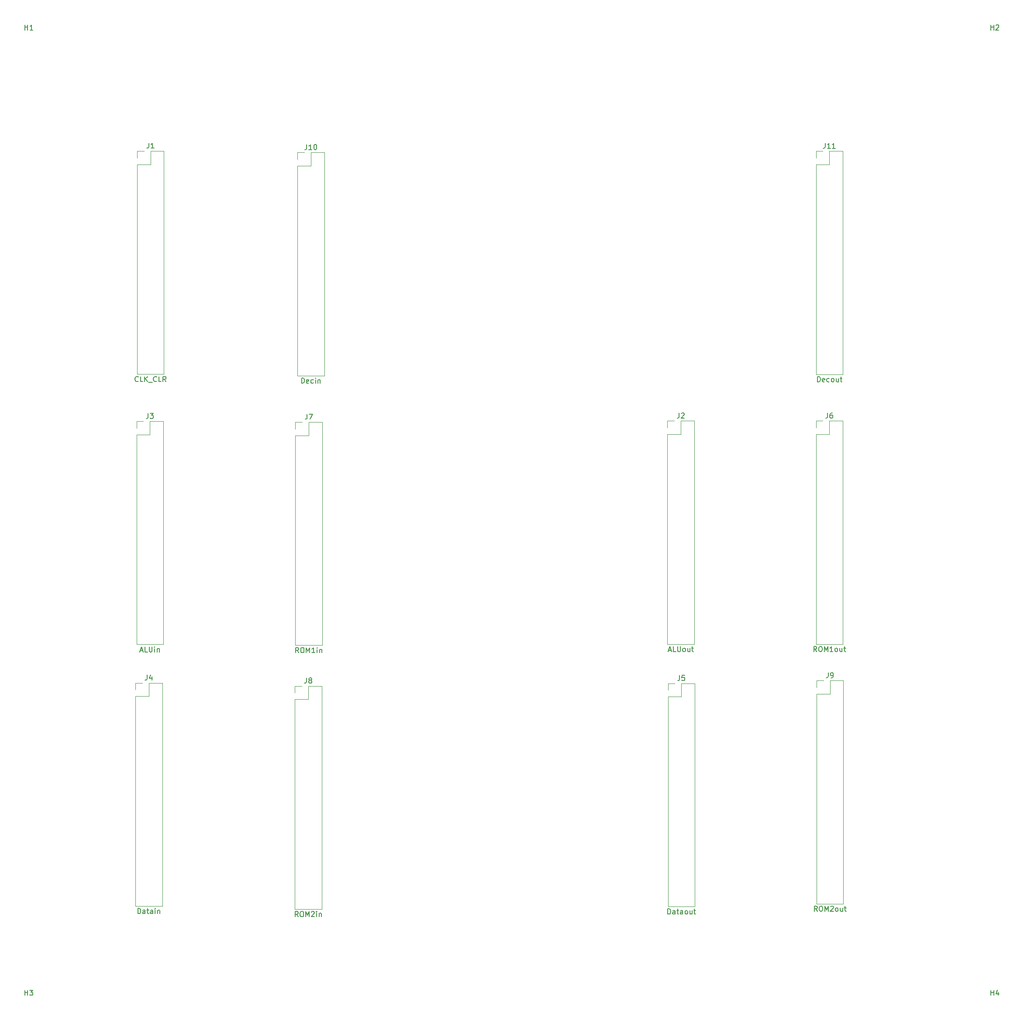
<source format=gbr>
%TF.GenerationSoftware,KiCad,Pcbnew,7.0.7*%
%TF.CreationDate,2023-10-25T17:18:37+09:00*%
%TF.ProjectId,changer,6368616e-6765-4722-9e6b-696361645f70,rev?*%
%TF.SameCoordinates,Original*%
%TF.FileFunction,Legend,Top*%
%TF.FilePolarity,Positive*%
%FSLAX46Y46*%
G04 Gerber Fmt 4.6, Leading zero omitted, Abs format (unit mm)*
G04 Created by KiCad (PCBNEW 7.0.7) date 2023-10-25 17:18:37*
%MOMM*%
%LPD*%
G01*
G04 APERTURE LIST*
%ADD10C,0.150000*%
%ADD11C,0.120000*%
G04 APERTURE END LIST*
D10*
X292887495Y-289878819D02*
X292887495Y-288878819D01*
X292887495Y-289355009D02*
X293458923Y-289355009D01*
X293458923Y-289878819D02*
X293458923Y-288878819D01*
X294363685Y-289212152D02*
X294363685Y-289878819D01*
X294125590Y-288831200D02*
X293887495Y-289545485D01*
X293887495Y-289545485D02*
X294506542Y-289545485D01*
X129638466Y-124531219D02*
X129638466Y-125245504D01*
X129638466Y-125245504D02*
X129590847Y-125388361D01*
X129590847Y-125388361D02*
X129495609Y-125483600D01*
X129495609Y-125483600D02*
X129352752Y-125531219D01*
X129352752Y-125531219D02*
X129257514Y-125531219D01*
X130638466Y-125531219D02*
X130067038Y-125531219D01*
X130352752Y-125531219D02*
X130352752Y-124531219D01*
X130352752Y-124531219D02*
X130257514Y-124674076D01*
X130257514Y-124674076D02*
X130162276Y-124769314D01*
X130162276Y-124769314D02*
X130067038Y-124816933D01*
X127590847Y-170735980D02*
X127543228Y-170783600D01*
X127543228Y-170783600D02*
X127400371Y-170831219D01*
X127400371Y-170831219D02*
X127305133Y-170831219D01*
X127305133Y-170831219D02*
X127162276Y-170783600D01*
X127162276Y-170783600D02*
X127067038Y-170688361D01*
X127067038Y-170688361D02*
X127019419Y-170593123D01*
X127019419Y-170593123D02*
X126971800Y-170402647D01*
X126971800Y-170402647D02*
X126971800Y-170259790D01*
X126971800Y-170259790D02*
X127019419Y-170069314D01*
X127019419Y-170069314D02*
X127067038Y-169974076D01*
X127067038Y-169974076D02*
X127162276Y-169878838D01*
X127162276Y-169878838D02*
X127305133Y-169831219D01*
X127305133Y-169831219D02*
X127400371Y-169831219D01*
X127400371Y-169831219D02*
X127543228Y-169878838D01*
X127543228Y-169878838D02*
X127590847Y-169926457D01*
X128495609Y-170831219D02*
X128019419Y-170831219D01*
X128019419Y-170831219D02*
X128019419Y-169831219D01*
X128828943Y-170831219D02*
X128828943Y-169831219D01*
X129400371Y-170831219D02*
X128971800Y-170259790D01*
X129400371Y-169831219D02*
X128828943Y-170402647D01*
X129590848Y-170926457D02*
X130352752Y-170926457D01*
X131162276Y-170735980D02*
X131114657Y-170783600D01*
X131114657Y-170783600D02*
X130971800Y-170831219D01*
X130971800Y-170831219D02*
X130876562Y-170831219D01*
X130876562Y-170831219D02*
X130733705Y-170783600D01*
X130733705Y-170783600D02*
X130638467Y-170688361D01*
X130638467Y-170688361D02*
X130590848Y-170593123D01*
X130590848Y-170593123D02*
X130543229Y-170402647D01*
X130543229Y-170402647D02*
X130543229Y-170259790D01*
X130543229Y-170259790D02*
X130590848Y-170069314D01*
X130590848Y-170069314D02*
X130638467Y-169974076D01*
X130638467Y-169974076D02*
X130733705Y-169878838D01*
X130733705Y-169878838D02*
X130876562Y-169831219D01*
X130876562Y-169831219D02*
X130971800Y-169831219D01*
X130971800Y-169831219D02*
X131114657Y-169878838D01*
X131114657Y-169878838D02*
X131162276Y-169926457D01*
X132067038Y-170831219D02*
X131590848Y-170831219D01*
X131590848Y-170831219D02*
X131590848Y-169831219D01*
X132971800Y-170831219D02*
X132638467Y-170355028D01*
X132400372Y-170831219D02*
X132400372Y-169831219D01*
X132400372Y-169831219D02*
X132781324Y-169831219D01*
X132781324Y-169831219D02*
X132876562Y-169878838D01*
X132876562Y-169878838D02*
X132924181Y-169926457D01*
X132924181Y-169926457D02*
X132971800Y-170021695D01*
X132971800Y-170021695D02*
X132971800Y-170164552D01*
X132971800Y-170164552D02*
X132924181Y-170259790D01*
X132924181Y-170259790D02*
X132876562Y-170307409D01*
X132876562Y-170307409D02*
X132781324Y-170355028D01*
X132781324Y-170355028D02*
X132400372Y-170355028D01*
X260788676Y-124556619D02*
X260788676Y-125270904D01*
X260788676Y-125270904D02*
X260741057Y-125413761D01*
X260741057Y-125413761D02*
X260645819Y-125509000D01*
X260645819Y-125509000D02*
X260502962Y-125556619D01*
X260502962Y-125556619D02*
X260407724Y-125556619D01*
X261788676Y-125556619D02*
X261217248Y-125556619D01*
X261502962Y-125556619D02*
X261502962Y-124556619D01*
X261502962Y-124556619D02*
X261407724Y-124699476D01*
X261407724Y-124699476D02*
X261312486Y-124794714D01*
X261312486Y-124794714D02*
X261217248Y-124842333D01*
X262741057Y-125556619D02*
X262169629Y-125556619D01*
X262455343Y-125556619D02*
X262455343Y-124556619D01*
X262455343Y-124556619D02*
X262360105Y-124699476D01*
X262360105Y-124699476D02*
X262264867Y-124794714D01*
X262264867Y-124794714D02*
X262169629Y-124842333D01*
X259288676Y-170856619D02*
X259288676Y-169856619D01*
X259288676Y-169856619D02*
X259526771Y-169856619D01*
X259526771Y-169856619D02*
X259669628Y-169904238D01*
X259669628Y-169904238D02*
X259764866Y-169999476D01*
X259764866Y-169999476D02*
X259812485Y-170094714D01*
X259812485Y-170094714D02*
X259860104Y-170285190D01*
X259860104Y-170285190D02*
X259860104Y-170428047D01*
X259860104Y-170428047D02*
X259812485Y-170618523D01*
X259812485Y-170618523D02*
X259764866Y-170713761D01*
X259764866Y-170713761D02*
X259669628Y-170809000D01*
X259669628Y-170809000D02*
X259526771Y-170856619D01*
X259526771Y-170856619D02*
X259288676Y-170856619D01*
X260669628Y-170809000D02*
X260574390Y-170856619D01*
X260574390Y-170856619D02*
X260383914Y-170856619D01*
X260383914Y-170856619D02*
X260288676Y-170809000D01*
X260288676Y-170809000D02*
X260241057Y-170713761D01*
X260241057Y-170713761D02*
X260241057Y-170332809D01*
X260241057Y-170332809D02*
X260288676Y-170237571D01*
X260288676Y-170237571D02*
X260383914Y-170189952D01*
X260383914Y-170189952D02*
X260574390Y-170189952D01*
X260574390Y-170189952D02*
X260669628Y-170237571D01*
X260669628Y-170237571D02*
X260717247Y-170332809D01*
X260717247Y-170332809D02*
X260717247Y-170428047D01*
X260717247Y-170428047D02*
X260241057Y-170523285D01*
X261574390Y-170809000D02*
X261479152Y-170856619D01*
X261479152Y-170856619D02*
X261288676Y-170856619D01*
X261288676Y-170856619D02*
X261193438Y-170809000D01*
X261193438Y-170809000D02*
X261145819Y-170761380D01*
X261145819Y-170761380D02*
X261098200Y-170666142D01*
X261098200Y-170666142D02*
X261098200Y-170380428D01*
X261098200Y-170380428D02*
X261145819Y-170285190D01*
X261145819Y-170285190D02*
X261193438Y-170237571D01*
X261193438Y-170237571D02*
X261288676Y-170189952D01*
X261288676Y-170189952D02*
X261479152Y-170189952D01*
X261479152Y-170189952D02*
X261574390Y-170237571D01*
X262145819Y-170856619D02*
X262050581Y-170809000D01*
X262050581Y-170809000D02*
X262002962Y-170761380D01*
X262002962Y-170761380D02*
X261955343Y-170666142D01*
X261955343Y-170666142D02*
X261955343Y-170380428D01*
X261955343Y-170380428D02*
X262002962Y-170285190D01*
X262002962Y-170285190D02*
X262050581Y-170237571D01*
X262050581Y-170237571D02*
X262145819Y-170189952D01*
X262145819Y-170189952D02*
X262288676Y-170189952D01*
X262288676Y-170189952D02*
X262383914Y-170237571D01*
X262383914Y-170237571D02*
X262431533Y-170285190D01*
X262431533Y-170285190D02*
X262479152Y-170380428D01*
X262479152Y-170380428D02*
X262479152Y-170666142D01*
X262479152Y-170666142D02*
X262431533Y-170761380D01*
X262431533Y-170761380D02*
X262383914Y-170809000D01*
X262383914Y-170809000D02*
X262288676Y-170856619D01*
X262288676Y-170856619D02*
X262145819Y-170856619D01*
X263336295Y-170189952D02*
X263336295Y-170856619D01*
X262907724Y-170189952D02*
X262907724Y-170713761D01*
X262907724Y-170713761D02*
X262955343Y-170809000D01*
X262955343Y-170809000D02*
X263050581Y-170856619D01*
X263050581Y-170856619D02*
X263193438Y-170856619D01*
X263193438Y-170856619D02*
X263288676Y-170809000D01*
X263288676Y-170809000D02*
X263336295Y-170761380D01*
X263669629Y-170189952D02*
X264050581Y-170189952D01*
X263812486Y-169856619D02*
X263812486Y-170713761D01*
X263812486Y-170713761D02*
X263860105Y-170809000D01*
X263860105Y-170809000D02*
X263955343Y-170856619D01*
X263955343Y-170856619D02*
X264050581Y-170856619D01*
X129511466Y-176956819D02*
X129511466Y-177671104D01*
X129511466Y-177671104D02*
X129463847Y-177813961D01*
X129463847Y-177813961D02*
X129368609Y-177909200D01*
X129368609Y-177909200D02*
X129225752Y-177956819D01*
X129225752Y-177956819D02*
X129130514Y-177956819D01*
X129892419Y-176956819D02*
X130511466Y-176956819D01*
X130511466Y-176956819D02*
X130178133Y-177337771D01*
X130178133Y-177337771D02*
X130320990Y-177337771D01*
X130320990Y-177337771D02*
X130416228Y-177385390D01*
X130416228Y-177385390D02*
X130463847Y-177433009D01*
X130463847Y-177433009D02*
X130511466Y-177528247D01*
X130511466Y-177528247D02*
X130511466Y-177766342D01*
X130511466Y-177766342D02*
X130463847Y-177861580D01*
X130463847Y-177861580D02*
X130416228Y-177909200D01*
X130416228Y-177909200D02*
X130320990Y-177956819D01*
X130320990Y-177956819D02*
X130035276Y-177956819D01*
X130035276Y-177956819D02*
X129940038Y-177909200D01*
X129940038Y-177909200D02*
X129892419Y-177861580D01*
X127987657Y-222971104D02*
X128463847Y-222971104D01*
X127892419Y-223256819D02*
X128225752Y-222256819D01*
X128225752Y-222256819D02*
X128559085Y-223256819D01*
X129368609Y-223256819D02*
X128892419Y-223256819D01*
X128892419Y-223256819D02*
X128892419Y-222256819D01*
X129701943Y-222256819D02*
X129701943Y-223066342D01*
X129701943Y-223066342D02*
X129749562Y-223161580D01*
X129749562Y-223161580D02*
X129797181Y-223209200D01*
X129797181Y-223209200D02*
X129892419Y-223256819D01*
X129892419Y-223256819D02*
X130082895Y-223256819D01*
X130082895Y-223256819D02*
X130178133Y-223209200D01*
X130178133Y-223209200D02*
X130225752Y-223161580D01*
X130225752Y-223161580D02*
X130273371Y-223066342D01*
X130273371Y-223066342D02*
X130273371Y-222256819D01*
X130749562Y-223256819D02*
X130749562Y-222590152D01*
X130749562Y-222256819D02*
X130701943Y-222304438D01*
X130701943Y-222304438D02*
X130749562Y-222352057D01*
X130749562Y-222352057D02*
X130797181Y-222304438D01*
X130797181Y-222304438D02*
X130749562Y-222256819D01*
X130749562Y-222256819D02*
X130749562Y-222352057D01*
X131225752Y-222590152D02*
X131225752Y-223256819D01*
X131225752Y-222685390D02*
X131273371Y-222637771D01*
X131273371Y-222637771D02*
X131368609Y-222590152D01*
X131368609Y-222590152D02*
X131511466Y-222590152D01*
X131511466Y-222590152D02*
X131606704Y-222637771D01*
X131606704Y-222637771D02*
X131654323Y-222733009D01*
X131654323Y-222733009D02*
X131654323Y-223256819D01*
X160321666Y-177109219D02*
X160321666Y-177823504D01*
X160321666Y-177823504D02*
X160274047Y-177966361D01*
X160274047Y-177966361D02*
X160178809Y-178061600D01*
X160178809Y-178061600D02*
X160035952Y-178109219D01*
X160035952Y-178109219D02*
X159940714Y-178109219D01*
X160702619Y-177109219D02*
X161369285Y-177109219D01*
X161369285Y-177109219D02*
X160940714Y-178109219D01*
X158702619Y-223409219D02*
X158369286Y-222933028D01*
X158131191Y-223409219D02*
X158131191Y-222409219D01*
X158131191Y-222409219D02*
X158512143Y-222409219D01*
X158512143Y-222409219D02*
X158607381Y-222456838D01*
X158607381Y-222456838D02*
X158655000Y-222504457D01*
X158655000Y-222504457D02*
X158702619Y-222599695D01*
X158702619Y-222599695D02*
X158702619Y-222742552D01*
X158702619Y-222742552D02*
X158655000Y-222837790D01*
X158655000Y-222837790D02*
X158607381Y-222885409D01*
X158607381Y-222885409D02*
X158512143Y-222933028D01*
X158512143Y-222933028D02*
X158131191Y-222933028D01*
X159321667Y-222409219D02*
X159512143Y-222409219D01*
X159512143Y-222409219D02*
X159607381Y-222456838D01*
X159607381Y-222456838D02*
X159702619Y-222552076D01*
X159702619Y-222552076D02*
X159750238Y-222742552D01*
X159750238Y-222742552D02*
X159750238Y-223075885D01*
X159750238Y-223075885D02*
X159702619Y-223266361D01*
X159702619Y-223266361D02*
X159607381Y-223361600D01*
X159607381Y-223361600D02*
X159512143Y-223409219D01*
X159512143Y-223409219D02*
X159321667Y-223409219D01*
X159321667Y-223409219D02*
X159226429Y-223361600D01*
X159226429Y-223361600D02*
X159131191Y-223266361D01*
X159131191Y-223266361D02*
X159083572Y-223075885D01*
X159083572Y-223075885D02*
X159083572Y-222742552D01*
X159083572Y-222742552D02*
X159131191Y-222552076D01*
X159131191Y-222552076D02*
X159226429Y-222456838D01*
X159226429Y-222456838D02*
X159321667Y-222409219D01*
X160178810Y-223409219D02*
X160178810Y-222409219D01*
X160178810Y-222409219D02*
X160512143Y-223123504D01*
X160512143Y-223123504D02*
X160845476Y-222409219D01*
X160845476Y-222409219D02*
X160845476Y-223409219D01*
X161845476Y-223409219D02*
X161274048Y-223409219D01*
X161559762Y-223409219D02*
X161559762Y-222409219D01*
X161559762Y-222409219D02*
X161464524Y-222552076D01*
X161464524Y-222552076D02*
X161369286Y-222647314D01*
X161369286Y-222647314D02*
X161274048Y-222694933D01*
X162274048Y-223409219D02*
X162274048Y-222742552D01*
X162274048Y-222409219D02*
X162226429Y-222456838D01*
X162226429Y-222456838D02*
X162274048Y-222504457D01*
X162274048Y-222504457D02*
X162321667Y-222456838D01*
X162321667Y-222456838D02*
X162274048Y-222409219D01*
X162274048Y-222409219D02*
X162274048Y-222504457D01*
X162750238Y-222742552D02*
X162750238Y-223409219D01*
X162750238Y-222837790D02*
X162797857Y-222790171D01*
X162797857Y-222790171D02*
X162893095Y-222742552D01*
X162893095Y-222742552D02*
X163035952Y-222742552D01*
X163035952Y-222742552D02*
X163131190Y-222790171D01*
X163131190Y-222790171D02*
X163178809Y-222885409D01*
X163178809Y-222885409D02*
X163178809Y-223409219D01*
X160220066Y-228315619D02*
X160220066Y-229029904D01*
X160220066Y-229029904D02*
X160172447Y-229172761D01*
X160172447Y-229172761D02*
X160077209Y-229268000D01*
X160077209Y-229268000D02*
X159934352Y-229315619D01*
X159934352Y-229315619D02*
X159839114Y-229315619D01*
X160839114Y-228744190D02*
X160743876Y-228696571D01*
X160743876Y-228696571D02*
X160696257Y-228648952D01*
X160696257Y-228648952D02*
X160648638Y-228553714D01*
X160648638Y-228553714D02*
X160648638Y-228506095D01*
X160648638Y-228506095D02*
X160696257Y-228410857D01*
X160696257Y-228410857D02*
X160743876Y-228363238D01*
X160743876Y-228363238D02*
X160839114Y-228315619D01*
X160839114Y-228315619D02*
X161029590Y-228315619D01*
X161029590Y-228315619D02*
X161124828Y-228363238D01*
X161124828Y-228363238D02*
X161172447Y-228410857D01*
X161172447Y-228410857D02*
X161220066Y-228506095D01*
X161220066Y-228506095D02*
X161220066Y-228553714D01*
X161220066Y-228553714D02*
X161172447Y-228648952D01*
X161172447Y-228648952D02*
X161124828Y-228696571D01*
X161124828Y-228696571D02*
X161029590Y-228744190D01*
X161029590Y-228744190D02*
X160839114Y-228744190D01*
X160839114Y-228744190D02*
X160743876Y-228791809D01*
X160743876Y-228791809D02*
X160696257Y-228839428D01*
X160696257Y-228839428D02*
X160648638Y-228934666D01*
X160648638Y-228934666D02*
X160648638Y-229125142D01*
X160648638Y-229125142D02*
X160696257Y-229220380D01*
X160696257Y-229220380D02*
X160743876Y-229268000D01*
X160743876Y-229268000D02*
X160839114Y-229315619D01*
X160839114Y-229315619D02*
X161029590Y-229315619D01*
X161029590Y-229315619D02*
X161124828Y-229268000D01*
X161124828Y-229268000D02*
X161172447Y-229220380D01*
X161172447Y-229220380D02*
X161220066Y-229125142D01*
X161220066Y-229125142D02*
X161220066Y-228934666D01*
X161220066Y-228934666D02*
X161172447Y-228839428D01*
X161172447Y-228839428D02*
X161124828Y-228791809D01*
X161124828Y-228791809D02*
X161029590Y-228744190D01*
X158601019Y-274615619D02*
X158267686Y-274139428D01*
X158029591Y-274615619D02*
X158029591Y-273615619D01*
X158029591Y-273615619D02*
X158410543Y-273615619D01*
X158410543Y-273615619D02*
X158505781Y-273663238D01*
X158505781Y-273663238D02*
X158553400Y-273710857D01*
X158553400Y-273710857D02*
X158601019Y-273806095D01*
X158601019Y-273806095D02*
X158601019Y-273948952D01*
X158601019Y-273948952D02*
X158553400Y-274044190D01*
X158553400Y-274044190D02*
X158505781Y-274091809D01*
X158505781Y-274091809D02*
X158410543Y-274139428D01*
X158410543Y-274139428D02*
X158029591Y-274139428D01*
X159220067Y-273615619D02*
X159410543Y-273615619D01*
X159410543Y-273615619D02*
X159505781Y-273663238D01*
X159505781Y-273663238D02*
X159601019Y-273758476D01*
X159601019Y-273758476D02*
X159648638Y-273948952D01*
X159648638Y-273948952D02*
X159648638Y-274282285D01*
X159648638Y-274282285D02*
X159601019Y-274472761D01*
X159601019Y-274472761D02*
X159505781Y-274568000D01*
X159505781Y-274568000D02*
X159410543Y-274615619D01*
X159410543Y-274615619D02*
X159220067Y-274615619D01*
X159220067Y-274615619D02*
X159124829Y-274568000D01*
X159124829Y-274568000D02*
X159029591Y-274472761D01*
X159029591Y-274472761D02*
X158981972Y-274282285D01*
X158981972Y-274282285D02*
X158981972Y-273948952D01*
X158981972Y-273948952D02*
X159029591Y-273758476D01*
X159029591Y-273758476D02*
X159124829Y-273663238D01*
X159124829Y-273663238D02*
X159220067Y-273615619D01*
X160077210Y-274615619D02*
X160077210Y-273615619D01*
X160077210Y-273615619D02*
X160410543Y-274329904D01*
X160410543Y-274329904D02*
X160743876Y-273615619D01*
X160743876Y-273615619D02*
X160743876Y-274615619D01*
X161172448Y-273710857D02*
X161220067Y-273663238D01*
X161220067Y-273663238D02*
X161315305Y-273615619D01*
X161315305Y-273615619D02*
X161553400Y-273615619D01*
X161553400Y-273615619D02*
X161648638Y-273663238D01*
X161648638Y-273663238D02*
X161696257Y-273710857D01*
X161696257Y-273710857D02*
X161743876Y-273806095D01*
X161743876Y-273806095D02*
X161743876Y-273901333D01*
X161743876Y-273901333D02*
X161696257Y-274044190D01*
X161696257Y-274044190D02*
X161124829Y-274615619D01*
X161124829Y-274615619D02*
X161743876Y-274615619D01*
X162172448Y-274615619D02*
X162172448Y-273948952D01*
X162172448Y-273615619D02*
X162124829Y-273663238D01*
X162124829Y-273663238D02*
X162172448Y-273710857D01*
X162172448Y-273710857D02*
X162220067Y-273663238D01*
X162220067Y-273663238D02*
X162172448Y-273615619D01*
X162172448Y-273615619D02*
X162172448Y-273710857D01*
X162648638Y-273948952D02*
X162648638Y-274615619D01*
X162648638Y-274044190D02*
X162696257Y-273996571D01*
X162696257Y-273996571D02*
X162791495Y-273948952D01*
X162791495Y-273948952D02*
X162934352Y-273948952D01*
X162934352Y-273948952D02*
X163029590Y-273996571D01*
X163029590Y-273996571D02*
X163077209Y-274091809D01*
X163077209Y-274091809D02*
X163077209Y-274615619D01*
X232461266Y-176906019D02*
X232461266Y-177620304D01*
X232461266Y-177620304D02*
X232413647Y-177763161D01*
X232413647Y-177763161D02*
X232318409Y-177858400D01*
X232318409Y-177858400D02*
X232175552Y-177906019D01*
X232175552Y-177906019D02*
X232080314Y-177906019D01*
X232889838Y-177001257D02*
X232937457Y-176953638D01*
X232937457Y-176953638D02*
X233032695Y-176906019D01*
X233032695Y-176906019D02*
X233270790Y-176906019D01*
X233270790Y-176906019D02*
X233366028Y-176953638D01*
X233366028Y-176953638D02*
X233413647Y-177001257D01*
X233413647Y-177001257D02*
X233461266Y-177096495D01*
X233461266Y-177096495D02*
X233461266Y-177191733D01*
X233461266Y-177191733D02*
X233413647Y-177334590D01*
X233413647Y-177334590D02*
X232842219Y-177906019D01*
X232842219Y-177906019D02*
X233461266Y-177906019D01*
X230437457Y-222920304D02*
X230913647Y-222920304D01*
X230342219Y-223206019D02*
X230675552Y-222206019D01*
X230675552Y-222206019D02*
X231008885Y-223206019D01*
X231818409Y-223206019D02*
X231342219Y-223206019D01*
X231342219Y-223206019D02*
X231342219Y-222206019D01*
X232151743Y-222206019D02*
X232151743Y-223015542D01*
X232151743Y-223015542D02*
X232199362Y-223110780D01*
X232199362Y-223110780D02*
X232246981Y-223158400D01*
X232246981Y-223158400D02*
X232342219Y-223206019D01*
X232342219Y-223206019D02*
X232532695Y-223206019D01*
X232532695Y-223206019D02*
X232627933Y-223158400D01*
X232627933Y-223158400D02*
X232675552Y-223110780D01*
X232675552Y-223110780D02*
X232723171Y-223015542D01*
X232723171Y-223015542D02*
X232723171Y-222206019D01*
X233342219Y-223206019D02*
X233246981Y-223158400D01*
X233246981Y-223158400D02*
X233199362Y-223110780D01*
X233199362Y-223110780D02*
X233151743Y-223015542D01*
X233151743Y-223015542D02*
X233151743Y-222729828D01*
X233151743Y-222729828D02*
X233199362Y-222634590D01*
X233199362Y-222634590D02*
X233246981Y-222586971D01*
X233246981Y-222586971D02*
X233342219Y-222539352D01*
X233342219Y-222539352D02*
X233485076Y-222539352D01*
X233485076Y-222539352D02*
X233580314Y-222586971D01*
X233580314Y-222586971D02*
X233627933Y-222634590D01*
X233627933Y-222634590D02*
X233675552Y-222729828D01*
X233675552Y-222729828D02*
X233675552Y-223015542D01*
X233675552Y-223015542D02*
X233627933Y-223110780D01*
X233627933Y-223110780D02*
X233580314Y-223158400D01*
X233580314Y-223158400D02*
X233485076Y-223206019D01*
X233485076Y-223206019D02*
X233342219Y-223206019D01*
X234532695Y-222539352D02*
X234532695Y-223206019D01*
X234104124Y-222539352D02*
X234104124Y-223063161D01*
X234104124Y-223063161D02*
X234151743Y-223158400D01*
X234151743Y-223158400D02*
X234246981Y-223206019D01*
X234246981Y-223206019D02*
X234389838Y-223206019D01*
X234389838Y-223206019D02*
X234485076Y-223158400D01*
X234485076Y-223158400D02*
X234532695Y-223110780D01*
X234866029Y-222539352D02*
X235246981Y-222539352D01*
X235008886Y-222206019D02*
X235008886Y-223063161D01*
X235008886Y-223063161D02*
X235056505Y-223158400D01*
X235056505Y-223158400D02*
X235151743Y-223206019D01*
X235151743Y-223206019D02*
X235246981Y-223206019D01*
X261261266Y-176906019D02*
X261261266Y-177620304D01*
X261261266Y-177620304D02*
X261213647Y-177763161D01*
X261213647Y-177763161D02*
X261118409Y-177858400D01*
X261118409Y-177858400D02*
X260975552Y-177906019D01*
X260975552Y-177906019D02*
X260880314Y-177906019D01*
X262166028Y-176906019D02*
X261975552Y-176906019D01*
X261975552Y-176906019D02*
X261880314Y-176953638D01*
X261880314Y-176953638D02*
X261832695Y-177001257D01*
X261832695Y-177001257D02*
X261737457Y-177144114D01*
X261737457Y-177144114D02*
X261689838Y-177334590D01*
X261689838Y-177334590D02*
X261689838Y-177715542D01*
X261689838Y-177715542D02*
X261737457Y-177810780D01*
X261737457Y-177810780D02*
X261785076Y-177858400D01*
X261785076Y-177858400D02*
X261880314Y-177906019D01*
X261880314Y-177906019D02*
X262070790Y-177906019D01*
X262070790Y-177906019D02*
X262166028Y-177858400D01*
X262166028Y-177858400D02*
X262213647Y-177810780D01*
X262213647Y-177810780D02*
X262261266Y-177715542D01*
X262261266Y-177715542D02*
X262261266Y-177477447D01*
X262261266Y-177477447D02*
X262213647Y-177382209D01*
X262213647Y-177382209D02*
X262166028Y-177334590D01*
X262166028Y-177334590D02*
X262070790Y-177286971D01*
X262070790Y-177286971D02*
X261880314Y-177286971D01*
X261880314Y-177286971D02*
X261785076Y-177334590D01*
X261785076Y-177334590D02*
X261737457Y-177382209D01*
X261737457Y-177382209D02*
X261689838Y-177477447D01*
X259142218Y-223206019D02*
X258808885Y-222729828D01*
X258570790Y-223206019D02*
X258570790Y-222206019D01*
X258570790Y-222206019D02*
X258951742Y-222206019D01*
X258951742Y-222206019D02*
X259046980Y-222253638D01*
X259046980Y-222253638D02*
X259094599Y-222301257D01*
X259094599Y-222301257D02*
X259142218Y-222396495D01*
X259142218Y-222396495D02*
X259142218Y-222539352D01*
X259142218Y-222539352D02*
X259094599Y-222634590D01*
X259094599Y-222634590D02*
X259046980Y-222682209D01*
X259046980Y-222682209D02*
X258951742Y-222729828D01*
X258951742Y-222729828D02*
X258570790Y-222729828D01*
X259761266Y-222206019D02*
X259951742Y-222206019D01*
X259951742Y-222206019D02*
X260046980Y-222253638D01*
X260046980Y-222253638D02*
X260142218Y-222348876D01*
X260142218Y-222348876D02*
X260189837Y-222539352D01*
X260189837Y-222539352D02*
X260189837Y-222872685D01*
X260189837Y-222872685D02*
X260142218Y-223063161D01*
X260142218Y-223063161D02*
X260046980Y-223158400D01*
X260046980Y-223158400D02*
X259951742Y-223206019D01*
X259951742Y-223206019D02*
X259761266Y-223206019D01*
X259761266Y-223206019D02*
X259666028Y-223158400D01*
X259666028Y-223158400D02*
X259570790Y-223063161D01*
X259570790Y-223063161D02*
X259523171Y-222872685D01*
X259523171Y-222872685D02*
X259523171Y-222539352D01*
X259523171Y-222539352D02*
X259570790Y-222348876D01*
X259570790Y-222348876D02*
X259666028Y-222253638D01*
X259666028Y-222253638D02*
X259761266Y-222206019D01*
X260618409Y-223206019D02*
X260618409Y-222206019D01*
X260618409Y-222206019D02*
X260951742Y-222920304D01*
X260951742Y-222920304D02*
X261285075Y-222206019D01*
X261285075Y-222206019D02*
X261285075Y-223206019D01*
X262285075Y-223206019D02*
X261713647Y-223206019D01*
X261999361Y-223206019D02*
X261999361Y-222206019D01*
X261999361Y-222206019D02*
X261904123Y-222348876D01*
X261904123Y-222348876D02*
X261808885Y-222444114D01*
X261808885Y-222444114D02*
X261713647Y-222491733D01*
X262856504Y-223206019D02*
X262761266Y-223158400D01*
X262761266Y-223158400D02*
X262713647Y-223110780D01*
X262713647Y-223110780D02*
X262666028Y-223015542D01*
X262666028Y-223015542D02*
X262666028Y-222729828D01*
X262666028Y-222729828D02*
X262713647Y-222634590D01*
X262713647Y-222634590D02*
X262761266Y-222586971D01*
X262761266Y-222586971D02*
X262856504Y-222539352D01*
X262856504Y-222539352D02*
X262999361Y-222539352D01*
X262999361Y-222539352D02*
X263094599Y-222586971D01*
X263094599Y-222586971D02*
X263142218Y-222634590D01*
X263142218Y-222634590D02*
X263189837Y-222729828D01*
X263189837Y-222729828D02*
X263189837Y-223015542D01*
X263189837Y-223015542D02*
X263142218Y-223110780D01*
X263142218Y-223110780D02*
X263094599Y-223158400D01*
X263094599Y-223158400D02*
X262999361Y-223206019D01*
X262999361Y-223206019D02*
X262856504Y-223206019D01*
X264046980Y-222539352D02*
X264046980Y-223206019D01*
X263618409Y-222539352D02*
X263618409Y-223063161D01*
X263618409Y-223063161D02*
X263666028Y-223158400D01*
X263666028Y-223158400D02*
X263761266Y-223206019D01*
X263761266Y-223206019D02*
X263904123Y-223206019D01*
X263904123Y-223206019D02*
X263999361Y-223158400D01*
X263999361Y-223158400D02*
X264046980Y-223110780D01*
X264380314Y-222539352D02*
X264761266Y-222539352D01*
X264523171Y-222206019D02*
X264523171Y-223063161D01*
X264523171Y-223063161D02*
X264570790Y-223158400D01*
X264570790Y-223158400D02*
X264666028Y-223206019D01*
X264666028Y-223206019D02*
X264761266Y-223206019D01*
X105587895Y-289878819D02*
X105587895Y-288878819D01*
X105587895Y-289355009D02*
X106159323Y-289355009D01*
X106159323Y-289878819D02*
X106159323Y-288878819D01*
X106540276Y-288878819D02*
X107159323Y-288878819D01*
X107159323Y-288878819D02*
X106825990Y-289259771D01*
X106825990Y-289259771D02*
X106968847Y-289259771D01*
X106968847Y-289259771D02*
X107064085Y-289307390D01*
X107064085Y-289307390D02*
X107111704Y-289355009D01*
X107111704Y-289355009D02*
X107159323Y-289450247D01*
X107159323Y-289450247D02*
X107159323Y-289688342D01*
X107159323Y-289688342D02*
X107111704Y-289783580D01*
X107111704Y-289783580D02*
X107064085Y-289831200D01*
X107064085Y-289831200D02*
X106968847Y-289878819D01*
X106968847Y-289878819D02*
X106683133Y-289878819D01*
X106683133Y-289878819D02*
X106587895Y-289831200D01*
X106587895Y-289831200D02*
X106540276Y-289783580D01*
X232562866Y-227807619D02*
X232562866Y-228521904D01*
X232562866Y-228521904D02*
X232515247Y-228664761D01*
X232515247Y-228664761D02*
X232420009Y-228760000D01*
X232420009Y-228760000D02*
X232277152Y-228807619D01*
X232277152Y-228807619D02*
X232181914Y-228807619D01*
X233515247Y-227807619D02*
X233039057Y-227807619D01*
X233039057Y-227807619D02*
X232991438Y-228283809D01*
X232991438Y-228283809D02*
X233039057Y-228236190D01*
X233039057Y-228236190D02*
X233134295Y-228188571D01*
X233134295Y-228188571D02*
X233372390Y-228188571D01*
X233372390Y-228188571D02*
X233467628Y-228236190D01*
X233467628Y-228236190D02*
X233515247Y-228283809D01*
X233515247Y-228283809D02*
X233562866Y-228379047D01*
X233562866Y-228379047D02*
X233562866Y-228617142D01*
X233562866Y-228617142D02*
X233515247Y-228712380D01*
X233515247Y-228712380D02*
X233467628Y-228760000D01*
X233467628Y-228760000D02*
X233372390Y-228807619D01*
X233372390Y-228807619D02*
X233134295Y-228807619D01*
X233134295Y-228807619D02*
X233039057Y-228760000D01*
X233039057Y-228760000D02*
X232991438Y-228712380D01*
X230253342Y-274107619D02*
X230253342Y-273107619D01*
X230253342Y-273107619D02*
X230491437Y-273107619D01*
X230491437Y-273107619D02*
X230634294Y-273155238D01*
X230634294Y-273155238D02*
X230729532Y-273250476D01*
X230729532Y-273250476D02*
X230777151Y-273345714D01*
X230777151Y-273345714D02*
X230824770Y-273536190D01*
X230824770Y-273536190D02*
X230824770Y-273679047D01*
X230824770Y-273679047D02*
X230777151Y-273869523D01*
X230777151Y-273869523D02*
X230729532Y-273964761D01*
X230729532Y-273964761D02*
X230634294Y-274060000D01*
X230634294Y-274060000D02*
X230491437Y-274107619D01*
X230491437Y-274107619D02*
X230253342Y-274107619D01*
X231681913Y-274107619D02*
X231681913Y-273583809D01*
X231681913Y-273583809D02*
X231634294Y-273488571D01*
X231634294Y-273488571D02*
X231539056Y-273440952D01*
X231539056Y-273440952D02*
X231348580Y-273440952D01*
X231348580Y-273440952D02*
X231253342Y-273488571D01*
X231681913Y-274060000D02*
X231586675Y-274107619D01*
X231586675Y-274107619D02*
X231348580Y-274107619D01*
X231348580Y-274107619D02*
X231253342Y-274060000D01*
X231253342Y-274060000D02*
X231205723Y-273964761D01*
X231205723Y-273964761D02*
X231205723Y-273869523D01*
X231205723Y-273869523D02*
X231253342Y-273774285D01*
X231253342Y-273774285D02*
X231348580Y-273726666D01*
X231348580Y-273726666D02*
X231586675Y-273726666D01*
X231586675Y-273726666D02*
X231681913Y-273679047D01*
X232015247Y-273440952D02*
X232396199Y-273440952D01*
X232158104Y-273107619D02*
X232158104Y-273964761D01*
X232158104Y-273964761D02*
X232205723Y-274060000D01*
X232205723Y-274060000D02*
X232300961Y-274107619D01*
X232300961Y-274107619D02*
X232396199Y-274107619D01*
X233158104Y-274107619D02*
X233158104Y-273583809D01*
X233158104Y-273583809D02*
X233110485Y-273488571D01*
X233110485Y-273488571D02*
X233015247Y-273440952D01*
X233015247Y-273440952D02*
X232824771Y-273440952D01*
X232824771Y-273440952D02*
X232729533Y-273488571D01*
X233158104Y-274060000D02*
X233062866Y-274107619D01*
X233062866Y-274107619D02*
X232824771Y-274107619D01*
X232824771Y-274107619D02*
X232729533Y-274060000D01*
X232729533Y-274060000D02*
X232681914Y-273964761D01*
X232681914Y-273964761D02*
X232681914Y-273869523D01*
X232681914Y-273869523D02*
X232729533Y-273774285D01*
X232729533Y-273774285D02*
X232824771Y-273726666D01*
X232824771Y-273726666D02*
X233062866Y-273726666D01*
X233062866Y-273726666D02*
X233158104Y-273679047D01*
X233777152Y-274107619D02*
X233681914Y-274060000D01*
X233681914Y-274060000D02*
X233634295Y-274012380D01*
X233634295Y-274012380D02*
X233586676Y-273917142D01*
X233586676Y-273917142D02*
X233586676Y-273631428D01*
X233586676Y-273631428D02*
X233634295Y-273536190D01*
X233634295Y-273536190D02*
X233681914Y-273488571D01*
X233681914Y-273488571D02*
X233777152Y-273440952D01*
X233777152Y-273440952D02*
X233920009Y-273440952D01*
X233920009Y-273440952D02*
X234015247Y-273488571D01*
X234015247Y-273488571D02*
X234062866Y-273536190D01*
X234062866Y-273536190D02*
X234110485Y-273631428D01*
X234110485Y-273631428D02*
X234110485Y-273917142D01*
X234110485Y-273917142D02*
X234062866Y-274012380D01*
X234062866Y-274012380D02*
X234015247Y-274060000D01*
X234015247Y-274060000D02*
X233920009Y-274107619D01*
X233920009Y-274107619D02*
X233777152Y-274107619D01*
X234967628Y-273440952D02*
X234967628Y-274107619D01*
X234539057Y-273440952D02*
X234539057Y-273964761D01*
X234539057Y-273964761D02*
X234586676Y-274060000D01*
X234586676Y-274060000D02*
X234681914Y-274107619D01*
X234681914Y-274107619D02*
X234824771Y-274107619D01*
X234824771Y-274107619D02*
X234920009Y-274060000D01*
X234920009Y-274060000D02*
X234967628Y-274012380D01*
X235300962Y-273440952D02*
X235681914Y-273440952D01*
X235443819Y-273107619D02*
X235443819Y-273964761D01*
X235443819Y-273964761D02*
X235491438Y-274060000D01*
X235491438Y-274060000D02*
X235586676Y-274107619D01*
X235586676Y-274107619D02*
X235681914Y-274107619D01*
X292887495Y-102604619D02*
X292887495Y-101604619D01*
X292887495Y-102080809D02*
X293458923Y-102080809D01*
X293458923Y-102604619D02*
X293458923Y-101604619D01*
X293887495Y-101699857D02*
X293935114Y-101652238D01*
X293935114Y-101652238D02*
X294030352Y-101604619D01*
X294030352Y-101604619D02*
X294268447Y-101604619D01*
X294268447Y-101604619D02*
X294363685Y-101652238D01*
X294363685Y-101652238D02*
X294411304Y-101699857D01*
X294411304Y-101699857D02*
X294458923Y-101795095D01*
X294458923Y-101795095D02*
X294458923Y-101890333D01*
X294458923Y-101890333D02*
X294411304Y-102033190D01*
X294411304Y-102033190D02*
X293839876Y-102604619D01*
X293839876Y-102604619D02*
X294458923Y-102604619D01*
X261366466Y-227274219D02*
X261366466Y-227988504D01*
X261366466Y-227988504D02*
X261318847Y-228131361D01*
X261318847Y-228131361D02*
X261223609Y-228226600D01*
X261223609Y-228226600D02*
X261080752Y-228274219D01*
X261080752Y-228274219D02*
X260985514Y-228274219D01*
X261890276Y-228274219D02*
X262080752Y-228274219D01*
X262080752Y-228274219D02*
X262175990Y-228226600D01*
X262175990Y-228226600D02*
X262223609Y-228178980D01*
X262223609Y-228178980D02*
X262318847Y-228036123D01*
X262318847Y-228036123D02*
X262366466Y-227845647D01*
X262366466Y-227845647D02*
X262366466Y-227464695D01*
X262366466Y-227464695D02*
X262318847Y-227369457D01*
X262318847Y-227369457D02*
X262271228Y-227321838D01*
X262271228Y-227321838D02*
X262175990Y-227274219D01*
X262175990Y-227274219D02*
X261985514Y-227274219D01*
X261985514Y-227274219D02*
X261890276Y-227321838D01*
X261890276Y-227321838D02*
X261842657Y-227369457D01*
X261842657Y-227369457D02*
X261795038Y-227464695D01*
X261795038Y-227464695D02*
X261795038Y-227702790D01*
X261795038Y-227702790D02*
X261842657Y-227798028D01*
X261842657Y-227798028D02*
X261890276Y-227845647D01*
X261890276Y-227845647D02*
X261985514Y-227893266D01*
X261985514Y-227893266D02*
X262175990Y-227893266D01*
X262175990Y-227893266D02*
X262271228Y-227845647D01*
X262271228Y-227845647D02*
X262318847Y-227798028D01*
X262318847Y-227798028D02*
X262366466Y-227702790D01*
X259247418Y-273574219D02*
X258914085Y-273098028D01*
X258675990Y-273574219D02*
X258675990Y-272574219D01*
X258675990Y-272574219D02*
X259056942Y-272574219D01*
X259056942Y-272574219D02*
X259152180Y-272621838D01*
X259152180Y-272621838D02*
X259199799Y-272669457D01*
X259199799Y-272669457D02*
X259247418Y-272764695D01*
X259247418Y-272764695D02*
X259247418Y-272907552D01*
X259247418Y-272907552D02*
X259199799Y-273002790D01*
X259199799Y-273002790D02*
X259152180Y-273050409D01*
X259152180Y-273050409D02*
X259056942Y-273098028D01*
X259056942Y-273098028D02*
X258675990Y-273098028D01*
X259866466Y-272574219D02*
X260056942Y-272574219D01*
X260056942Y-272574219D02*
X260152180Y-272621838D01*
X260152180Y-272621838D02*
X260247418Y-272717076D01*
X260247418Y-272717076D02*
X260295037Y-272907552D01*
X260295037Y-272907552D02*
X260295037Y-273240885D01*
X260295037Y-273240885D02*
X260247418Y-273431361D01*
X260247418Y-273431361D02*
X260152180Y-273526600D01*
X260152180Y-273526600D02*
X260056942Y-273574219D01*
X260056942Y-273574219D02*
X259866466Y-273574219D01*
X259866466Y-273574219D02*
X259771228Y-273526600D01*
X259771228Y-273526600D02*
X259675990Y-273431361D01*
X259675990Y-273431361D02*
X259628371Y-273240885D01*
X259628371Y-273240885D02*
X259628371Y-272907552D01*
X259628371Y-272907552D02*
X259675990Y-272717076D01*
X259675990Y-272717076D02*
X259771228Y-272621838D01*
X259771228Y-272621838D02*
X259866466Y-272574219D01*
X260723609Y-273574219D02*
X260723609Y-272574219D01*
X260723609Y-272574219D02*
X261056942Y-273288504D01*
X261056942Y-273288504D02*
X261390275Y-272574219D01*
X261390275Y-272574219D02*
X261390275Y-273574219D01*
X261818847Y-272669457D02*
X261866466Y-272621838D01*
X261866466Y-272621838D02*
X261961704Y-272574219D01*
X261961704Y-272574219D02*
X262199799Y-272574219D01*
X262199799Y-272574219D02*
X262295037Y-272621838D01*
X262295037Y-272621838D02*
X262342656Y-272669457D01*
X262342656Y-272669457D02*
X262390275Y-272764695D01*
X262390275Y-272764695D02*
X262390275Y-272859933D01*
X262390275Y-272859933D02*
X262342656Y-273002790D01*
X262342656Y-273002790D02*
X261771228Y-273574219D01*
X261771228Y-273574219D02*
X262390275Y-273574219D01*
X262961704Y-273574219D02*
X262866466Y-273526600D01*
X262866466Y-273526600D02*
X262818847Y-273478980D01*
X262818847Y-273478980D02*
X262771228Y-273383742D01*
X262771228Y-273383742D02*
X262771228Y-273098028D01*
X262771228Y-273098028D02*
X262818847Y-273002790D01*
X262818847Y-273002790D02*
X262866466Y-272955171D01*
X262866466Y-272955171D02*
X262961704Y-272907552D01*
X262961704Y-272907552D02*
X263104561Y-272907552D01*
X263104561Y-272907552D02*
X263199799Y-272955171D01*
X263199799Y-272955171D02*
X263247418Y-273002790D01*
X263247418Y-273002790D02*
X263295037Y-273098028D01*
X263295037Y-273098028D02*
X263295037Y-273383742D01*
X263295037Y-273383742D02*
X263247418Y-273478980D01*
X263247418Y-273478980D02*
X263199799Y-273526600D01*
X263199799Y-273526600D02*
X263104561Y-273574219D01*
X263104561Y-273574219D02*
X262961704Y-273574219D01*
X264152180Y-272907552D02*
X264152180Y-273574219D01*
X263723609Y-272907552D02*
X263723609Y-273431361D01*
X263723609Y-273431361D02*
X263771228Y-273526600D01*
X263771228Y-273526600D02*
X263866466Y-273574219D01*
X263866466Y-273574219D02*
X264009323Y-273574219D01*
X264009323Y-273574219D02*
X264104561Y-273526600D01*
X264104561Y-273526600D02*
X264152180Y-273478980D01*
X264485514Y-272907552D02*
X264866466Y-272907552D01*
X264628371Y-272574219D02*
X264628371Y-273431361D01*
X264628371Y-273431361D02*
X264675990Y-273526600D01*
X264675990Y-273526600D02*
X264771228Y-273574219D01*
X264771228Y-273574219D02*
X264866466Y-273574219D01*
X129308266Y-227731419D02*
X129308266Y-228445704D01*
X129308266Y-228445704D02*
X129260647Y-228588561D01*
X129260647Y-228588561D02*
X129165409Y-228683800D01*
X129165409Y-228683800D02*
X129022552Y-228731419D01*
X129022552Y-228731419D02*
X128927314Y-228731419D01*
X130213028Y-228064752D02*
X130213028Y-228731419D01*
X129974933Y-227683800D02*
X129736838Y-228398085D01*
X129736838Y-228398085D02*
X130355885Y-228398085D01*
X127498743Y-274031419D02*
X127498743Y-273031419D01*
X127498743Y-273031419D02*
X127736838Y-273031419D01*
X127736838Y-273031419D02*
X127879695Y-273079038D01*
X127879695Y-273079038D02*
X127974933Y-273174276D01*
X127974933Y-273174276D02*
X128022552Y-273269514D01*
X128022552Y-273269514D02*
X128070171Y-273459990D01*
X128070171Y-273459990D02*
X128070171Y-273602847D01*
X128070171Y-273602847D02*
X128022552Y-273793323D01*
X128022552Y-273793323D02*
X127974933Y-273888561D01*
X127974933Y-273888561D02*
X127879695Y-273983800D01*
X127879695Y-273983800D02*
X127736838Y-274031419D01*
X127736838Y-274031419D02*
X127498743Y-274031419D01*
X128927314Y-274031419D02*
X128927314Y-273507609D01*
X128927314Y-273507609D02*
X128879695Y-273412371D01*
X128879695Y-273412371D02*
X128784457Y-273364752D01*
X128784457Y-273364752D02*
X128593981Y-273364752D01*
X128593981Y-273364752D02*
X128498743Y-273412371D01*
X128927314Y-273983800D02*
X128832076Y-274031419D01*
X128832076Y-274031419D02*
X128593981Y-274031419D01*
X128593981Y-274031419D02*
X128498743Y-273983800D01*
X128498743Y-273983800D02*
X128451124Y-273888561D01*
X128451124Y-273888561D02*
X128451124Y-273793323D01*
X128451124Y-273793323D02*
X128498743Y-273698085D01*
X128498743Y-273698085D02*
X128593981Y-273650466D01*
X128593981Y-273650466D02*
X128832076Y-273650466D01*
X128832076Y-273650466D02*
X128927314Y-273602847D01*
X129260648Y-273364752D02*
X129641600Y-273364752D01*
X129403505Y-273031419D02*
X129403505Y-273888561D01*
X129403505Y-273888561D02*
X129451124Y-273983800D01*
X129451124Y-273983800D02*
X129546362Y-274031419D01*
X129546362Y-274031419D02*
X129641600Y-274031419D01*
X130403505Y-274031419D02*
X130403505Y-273507609D01*
X130403505Y-273507609D02*
X130355886Y-273412371D01*
X130355886Y-273412371D02*
X130260648Y-273364752D01*
X130260648Y-273364752D02*
X130070172Y-273364752D01*
X130070172Y-273364752D02*
X129974934Y-273412371D01*
X130403505Y-273983800D02*
X130308267Y-274031419D01*
X130308267Y-274031419D02*
X130070172Y-274031419D01*
X130070172Y-274031419D02*
X129974934Y-273983800D01*
X129974934Y-273983800D02*
X129927315Y-273888561D01*
X129927315Y-273888561D02*
X129927315Y-273793323D01*
X129927315Y-273793323D02*
X129974934Y-273698085D01*
X129974934Y-273698085D02*
X130070172Y-273650466D01*
X130070172Y-273650466D02*
X130308267Y-273650466D01*
X130308267Y-273650466D02*
X130403505Y-273602847D01*
X130879696Y-274031419D02*
X130879696Y-273364752D01*
X130879696Y-273031419D02*
X130832077Y-273079038D01*
X130832077Y-273079038D02*
X130879696Y-273126657D01*
X130879696Y-273126657D02*
X130927315Y-273079038D01*
X130927315Y-273079038D02*
X130879696Y-273031419D01*
X130879696Y-273031419D02*
X130879696Y-273126657D01*
X131355886Y-273364752D02*
X131355886Y-274031419D01*
X131355886Y-273459990D02*
X131403505Y-273412371D01*
X131403505Y-273412371D02*
X131498743Y-273364752D01*
X131498743Y-273364752D02*
X131641600Y-273364752D01*
X131641600Y-273364752D02*
X131736838Y-273412371D01*
X131736838Y-273412371D02*
X131784457Y-273507609D01*
X131784457Y-273507609D02*
X131784457Y-274031419D01*
X160251876Y-124810619D02*
X160251876Y-125524904D01*
X160251876Y-125524904D02*
X160204257Y-125667761D01*
X160204257Y-125667761D02*
X160109019Y-125763000D01*
X160109019Y-125763000D02*
X159966162Y-125810619D01*
X159966162Y-125810619D02*
X159870924Y-125810619D01*
X161251876Y-125810619D02*
X160680448Y-125810619D01*
X160966162Y-125810619D02*
X160966162Y-124810619D01*
X160966162Y-124810619D02*
X160870924Y-124953476D01*
X160870924Y-124953476D02*
X160775686Y-125048714D01*
X160775686Y-125048714D02*
X160680448Y-125096333D01*
X161870924Y-124810619D02*
X161966162Y-124810619D01*
X161966162Y-124810619D02*
X162061400Y-124858238D01*
X162061400Y-124858238D02*
X162109019Y-124905857D01*
X162109019Y-124905857D02*
X162156638Y-125001095D01*
X162156638Y-125001095D02*
X162204257Y-125191571D01*
X162204257Y-125191571D02*
X162204257Y-125429666D01*
X162204257Y-125429666D02*
X162156638Y-125620142D01*
X162156638Y-125620142D02*
X162109019Y-125715380D01*
X162109019Y-125715380D02*
X162061400Y-125763000D01*
X162061400Y-125763000D02*
X161966162Y-125810619D01*
X161966162Y-125810619D02*
X161870924Y-125810619D01*
X161870924Y-125810619D02*
X161775686Y-125763000D01*
X161775686Y-125763000D02*
X161728067Y-125715380D01*
X161728067Y-125715380D02*
X161680448Y-125620142D01*
X161680448Y-125620142D02*
X161632829Y-125429666D01*
X161632829Y-125429666D02*
X161632829Y-125191571D01*
X161632829Y-125191571D02*
X161680448Y-125001095D01*
X161680448Y-125001095D02*
X161728067Y-124905857D01*
X161728067Y-124905857D02*
X161775686Y-124858238D01*
X161775686Y-124858238D02*
X161870924Y-124810619D01*
X159251876Y-171110619D02*
X159251876Y-170110619D01*
X159251876Y-170110619D02*
X159489971Y-170110619D01*
X159489971Y-170110619D02*
X159632828Y-170158238D01*
X159632828Y-170158238D02*
X159728066Y-170253476D01*
X159728066Y-170253476D02*
X159775685Y-170348714D01*
X159775685Y-170348714D02*
X159823304Y-170539190D01*
X159823304Y-170539190D02*
X159823304Y-170682047D01*
X159823304Y-170682047D02*
X159775685Y-170872523D01*
X159775685Y-170872523D02*
X159728066Y-170967761D01*
X159728066Y-170967761D02*
X159632828Y-171063000D01*
X159632828Y-171063000D02*
X159489971Y-171110619D01*
X159489971Y-171110619D02*
X159251876Y-171110619D01*
X160632828Y-171063000D02*
X160537590Y-171110619D01*
X160537590Y-171110619D02*
X160347114Y-171110619D01*
X160347114Y-171110619D02*
X160251876Y-171063000D01*
X160251876Y-171063000D02*
X160204257Y-170967761D01*
X160204257Y-170967761D02*
X160204257Y-170586809D01*
X160204257Y-170586809D02*
X160251876Y-170491571D01*
X160251876Y-170491571D02*
X160347114Y-170443952D01*
X160347114Y-170443952D02*
X160537590Y-170443952D01*
X160537590Y-170443952D02*
X160632828Y-170491571D01*
X160632828Y-170491571D02*
X160680447Y-170586809D01*
X160680447Y-170586809D02*
X160680447Y-170682047D01*
X160680447Y-170682047D02*
X160204257Y-170777285D01*
X161537590Y-171063000D02*
X161442352Y-171110619D01*
X161442352Y-171110619D02*
X161251876Y-171110619D01*
X161251876Y-171110619D02*
X161156638Y-171063000D01*
X161156638Y-171063000D02*
X161109019Y-171015380D01*
X161109019Y-171015380D02*
X161061400Y-170920142D01*
X161061400Y-170920142D02*
X161061400Y-170634428D01*
X161061400Y-170634428D02*
X161109019Y-170539190D01*
X161109019Y-170539190D02*
X161156638Y-170491571D01*
X161156638Y-170491571D02*
X161251876Y-170443952D01*
X161251876Y-170443952D02*
X161442352Y-170443952D01*
X161442352Y-170443952D02*
X161537590Y-170491571D01*
X161966162Y-171110619D02*
X161966162Y-170443952D01*
X161966162Y-170110619D02*
X161918543Y-170158238D01*
X161918543Y-170158238D02*
X161966162Y-170205857D01*
X161966162Y-170205857D02*
X162013781Y-170158238D01*
X162013781Y-170158238D02*
X161966162Y-170110619D01*
X161966162Y-170110619D02*
X161966162Y-170205857D01*
X162442352Y-170443952D02*
X162442352Y-171110619D01*
X162442352Y-170539190D02*
X162489971Y-170491571D01*
X162489971Y-170491571D02*
X162585209Y-170443952D01*
X162585209Y-170443952D02*
X162728066Y-170443952D01*
X162728066Y-170443952D02*
X162823304Y-170491571D01*
X162823304Y-170491571D02*
X162870923Y-170586809D01*
X162870923Y-170586809D02*
X162870923Y-171110619D01*
X105587895Y-102604619D02*
X105587895Y-101604619D01*
X105587895Y-102080809D02*
X106159323Y-102080809D01*
X106159323Y-102604619D02*
X106159323Y-101604619D01*
X107159323Y-102604619D02*
X106587895Y-102604619D01*
X106873609Y-102604619D02*
X106873609Y-101604619D01*
X106873609Y-101604619D02*
X106778371Y-101747476D01*
X106778371Y-101747476D02*
X106683133Y-101842714D01*
X106683133Y-101842714D02*
X106587895Y-101890333D01*
D11*
%TO.C,J1*%
X127371800Y-126076400D02*
X128701800Y-126076400D01*
X127371800Y-127406400D02*
X127371800Y-126076400D01*
X127371800Y-128676400D02*
X127371800Y-169376400D01*
X127371800Y-128676400D02*
X129971800Y-128676400D01*
X127371800Y-169376400D02*
X132571800Y-169376400D01*
X129971800Y-126076400D02*
X132571800Y-126076400D01*
X129971800Y-128676400D02*
X129971800Y-126076400D01*
X132571800Y-126076400D02*
X132571800Y-169376400D01*
%TO.C,J11*%
X258998200Y-126101800D02*
X260328200Y-126101800D01*
X258998200Y-127431800D02*
X258998200Y-126101800D01*
X258998200Y-128701800D02*
X258998200Y-169401800D01*
X258998200Y-128701800D02*
X261598200Y-128701800D01*
X258998200Y-169401800D02*
X264198200Y-169401800D01*
X261598200Y-126101800D02*
X264198200Y-126101800D01*
X261598200Y-128701800D02*
X261598200Y-126101800D01*
X264198200Y-126101800D02*
X264198200Y-169401800D01*
%TO.C,J3*%
X127244800Y-178502000D02*
X128574800Y-178502000D01*
X127244800Y-179832000D02*
X127244800Y-178502000D01*
X127244800Y-181102000D02*
X127244800Y-221802000D01*
X127244800Y-181102000D02*
X129844800Y-181102000D01*
X127244800Y-221802000D02*
X132444800Y-221802000D01*
X129844800Y-178502000D02*
X132444800Y-178502000D01*
X129844800Y-181102000D02*
X129844800Y-178502000D01*
X132444800Y-178502000D02*
X132444800Y-221802000D01*
%TO.C,J7*%
X158055000Y-178654400D02*
X159385000Y-178654400D01*
X158055000Y-179984400D02*
X158055000Y-178654400D01*
X158055000Y-181254400D02*
X158055000Y-221954400D01*
X158055000Y-181254400D02*
X160655000Y-181254400D01*
X158055000Y-221954400D02*
X163255000Y-221954400D01*
X160655000Y-178654400D02*
X163255000Y-178654400D01*
X160655000Y-181254400D02*
X160655000Y-178654400D01*
X163255000Y-178654400D02*
X163255000Y-221954400D01*
%TO.C,J8*%
X157953400Y-229860800D02*
X159283400Y-229860800D01*
X157953400Y-231190800D02*
X157953400Y-229860800D01*
X157953400Y-232460800D02*
X157953400Y-273160800D01*
X157953400Y-232460800D02*
X160553400Y-232460800D01*
X157953400Y-273160800D02*
X163153400Y-273160800D01*
X160553400Y-229860800D02*
X163153400Y-229860800D01*
X160553400Y-232460800D02*
X160553400Y-229860800D01*
X163153400Y-229860800D02*
X163153400Y-273160800D01*
%TO.C,J2*%
X230194600Y-178451200D02*
X231524600Y-178451200D01*
X230194600Y-179781200D02*
X230194600Y-178451200D01*
X230194600Y-181051200D02*
X230194600Y-221751200D01*
X230194600Y-181051200D02*
X232794600Y-181051200D01*
X230194600Y-221751200D02*
X235394600Y-221751200D01*
X232794600Y-178451200D02*
X235394600Y-178451200D01*
X232794600Y-181051200D02*
X232794600Y-178451200D01*
X235394600Y-178451200D02*
X235394600Y-221751200D01*
%TO.C,J6*%
X258994600Y-178451200D02*
X260324600Y-178451200D01*
X258994600Y-179781200D02*
X258994600Y-178451200D01*
X258994600Y-181051200D02*
X258994600Y-221751200D01*
X258994600Y-181051200D02*
X261594600Y-181051200D01*
X258994600Y-221751200D02*
X264194600Y-221751200D01*
X261594600Y-178451200D02*
X264194600Y-178451200D01*
X261594600Y-181051200D02*
X261594600Y-178451200D01*
X264194600Y-178451200D02*
X264194600Y-221751200D01*
%TO.C,J5*%
X230296200Y-229352800D02*
X231626200Y-229352800D01*
X230296200Y-230682800D02*
X230296200Y-229352800D01*
X230296200Y-231952800D02*
X230296200Y-272652800D01*
X230296200Y-231952800D02*
X232896200Y-231952800D01*
X230296200Y-272652800D02*
X235496200Y-272652800D01*
X232896200Y-229352800D02*
X235496200Y-229352800D01*
X232896200Y-231952800D02*
X232896200Y-229352800D01*
X235496200Y-229352800D02*
X235496200Y-272652800D01*
%TO.C,J9*%
X259099800Y-228819400D02*
X260429800Y-228819400D01*
X259099800Y-230149400D02*
X259099800Y-228819400D01*
X259099800Y-231419400D02*
X259099800Y-272119400D01*
X259099800Y-231419400D02*
X261699800Y-231419400D01*
X259099800Y-272119400D02*
X264299800Y-272119400D01*
X261699800Y-228819400D02*
X264299800Y-228819400D01*
X261699800Y-231419400D02*
X261699800Y-228819400D01*
X264299800Y-228819400D02*
X264299800Y-272119400D01*
%TO.C,J4*%
X127041600Y-229276600D02*
X128371600Y-229276600D01*
X127041600Y-230606600D02*
X127041600Y-229276600D01*
X127041600Y-231876600D02*
X127041600Y-272576600D01*
X127041600Y-231876600D02*
X129641600Y-231876600D01*
X127041600Y-272576600D02*
X132241600Y-272576600D01*
X129641600Y-229276600D02*
X132241600Y-229276600D01*
X129641600Y-231876600D02*
X129641600Y-229276600D01*
X132241600Y-229276600D02*
X132241600Y-272576600D01*
%TO.C,J10*%
X158461400Y-126355800D02*
X159791400Y-126355800D01*
X158461400Y-127685800D02*
X158461400Y-126355800D01*
X158461400Y-128955800D02*
X158461400Y-169655800D01*
X158461400Y-128955800D02*
X161061400Y-128955800D01*
X158461400Y-169655800D02*
X163661400Y-169655800D01*
X161061400Y-126355800D02*
X163661400Y-126355800D01*
X161061400Y-128955800D02*
X161061400Y-126355800D01*
X163661400Y-126355800D02*
X163661400Y-169655800D01*
%TD*%
M02*

</source>
